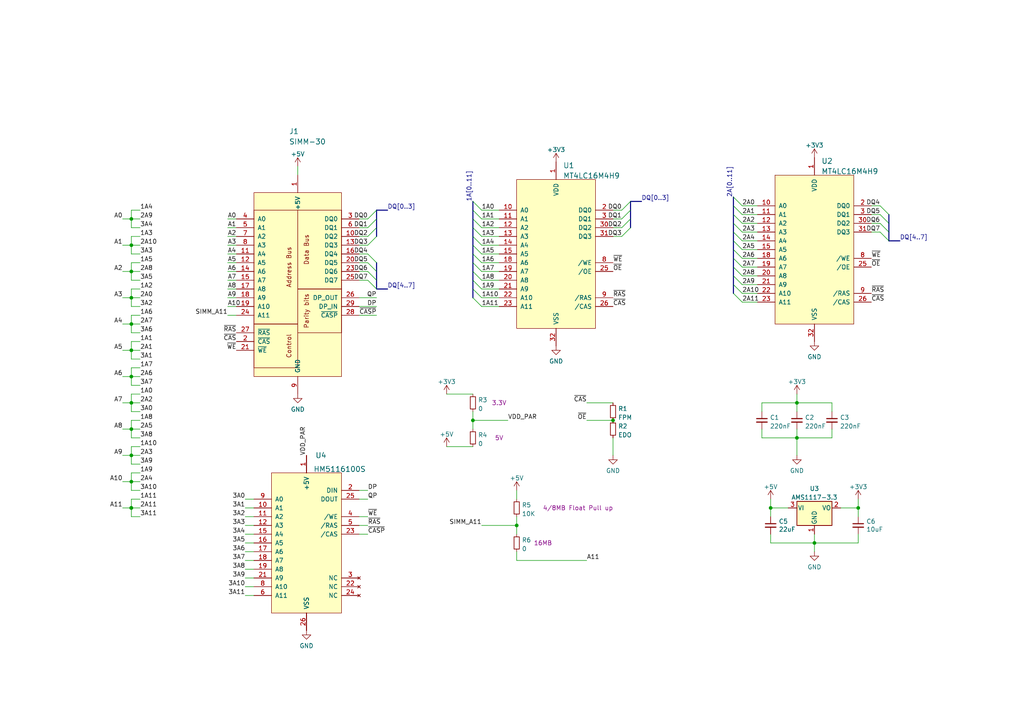
<source format=kicad_sch>
(kicad_sch (version 20211123) (generator eeschema)
  (paper "A4")
  (title_block (title "16MB SIMMBA-30 with Parity") (date "2023-01-17") (rev "B1") (company "0xCats"))
  (lib_symbols
    (symbol "Device:C_Small" (pin_numbers hide) (pin_names (offset 0.254) hide)
      (property "Reference" "C" (at 0.254 1.778 0))
      (property "Value" "C_Small" (at 0.254 -2.032 0))
      (symbol "C_Small_0_1"
        (polyline (pts (xy -1.524 -0.508) (xy 1.524 -0.508)) (stroke (width 0.3302)))
        (polyline (pts (xy -1.524 0.508) (xy 1.524 0.508)) (stroke (width 0.3048)))
      )
      (symbol "C_Small_1_1"
        (pin passive line (at 0 2.54 270) (length 2.032) (name "~") (number "1"))
        (pin passive line (at 0 -2.54 90) (length 2.032) (name "~") (number "2"))
      )
    )
    (symbol "Device:R_Small" (pin_numbers hide) (pin_names (offset 0.254) hide)
      (property "Reference" "R" (at 0.762 0.508 0))
      (property "Value" "R_Small" (at 0.762 -1.016 0))
      (symbol "R_Small_0_1"
        (rectangle (start -0.762 1.778) (end 0.762 -1.778) (stroke (width 0.2032)))
      )
      (symbol "R_Small_1_1"
        (pin passive line (at 0 2.54 270) (length 0.762) (name "~") (number "1"))
        (pin passive line (at 0 -2.54 90) (length 0.762) (name "~") (number "2"))
      )
    )
    (symbol "Regulator_Linear:AMS1117-3.3" (pin_names (offset 0.254))
      (property "Reference" "U" (at -3.81 3.175 0))
      (property "Value" "AMS1117-3.3" (at 0 3.175 0))
      (symbol "AMS1117-3.3_0_1"
        (rectangle (start -5.08 -5.08) (end 5.08 1.905) (stroke (width 0.254)) (fill (type background)))
      )
      (symbol "AMS1117-3.3_1_1"
        (pin power_in line (at 0 -7.62 90) (length 2.54) (name "GND") (number "1"))
        (pin power_out line (at 7.62 0 180) (length 2.54) (name "VO") (number "2"))
        (pin power_in line (at -7.62 0 0) (length 2.54) (name "VI") (number "3"))
      )
    )
    (symbol "dram:HM5116100S" (pin_names (offset 1.016))
      (property "Reference" "U" (at -10.16 22.86 0))
      (property "Value" "HM5116100S" (at 0 8.89 90))
      (symbol "HM5116100S_1_1"
        (rectangle (start -10.16 20.32) (end 10.16 -20.32) (fill (type background)))
        (pin power_in line (at 0 25.4 270) (length 5.08) (name "+5V") (number "1"))
        (pin input line (at -15.24 10.16 0) (length 5.08) (name "A1") (number "10"))
        (pin input line (at -15.24 7.62 0) (length 5.08) (name "A2") (number "11"))
        (pin input line (at -15.24 5.08 0) (length 5.08) (name "A3") (number "12"))
        (pin power_in line (at 0 25.4 270) (length 5.08) (name "+5V") (number "13"))
        (pin power_in line (at 0 -25.4 90) (length 5.08) (name "VSS") (number "14"))
        (pin input line (at -15.24 2.54 0) (length 5.08) (name "A4") (number "15"))
        (pin input line (at -15.24 0 0) (length 5.08) (name "A5") (number "16"))
        (pin input line (at -15.24 -2.54 0) (length 5.08) (name "A6") (number "17"))
        (pin input line (at -15.24 -5.08 0) (length 5.08) (name "A7") (number "18"))
        (pin input line (at -15.24 -7.62 0) (length 5.08) (name "A8") (number "19"))
        (pin input line (at 15.24 15.24 180) (length 5.08) (name "DIN") (number "2"))
        (pin input line (at -15.24 -10.16 0) (length 5.08) (name "A9") (number "21"))
        (pin no_connect line (at 15.24 -12.7 180) (length 5.08) (name "NC") (number "22"))
        (pin input line (at 15.24 2.54 180) (length 5.08) (name "/CAS") (number "23"))
        (pin no_connect line (at 15.24 -15.24 180) (length 5.08) (name "NC") (number "24"))
        (pin tri_state line (at 15.24 12.7 180) (length 5.08) (name "DOUT") (number "25"))
        (pin power_in line (at 0 -25.4 90) (length 5.08) (name "VSS") (number "26"))
        (pin no_connect line (at 15.24 -10.16 180) (length 5.08) (name "NC") (number "3"))
        (pin input line (at 15.24 7.62 180) (length 5.08) (name "/WE") (number "4"))
        (pin input line (at 15.24 5.08 180) (length 5.08) (name "/RAS") (number "5"))
        (pin input line (at -15.24 -15.24 0) (length 5.08) (name "A11") (number "6"))
        (pin input line (at -15.24 -12.7 0) (length 5.08) (name "A10") (number "8"))
        (pin input line (at -15.24 12.7 0) (length 5.08) (name "A0") (number "9"))
      )
    )
    (symbol "dram:MT4LC16M4H9" (pin_names (offset 1.016))
      (property "Reference" "U" (at -10.16 22.86 0))
      (property "Value" "MT4LC16M4H9" (at 0 8.89 90))
      (symbol "MT4LC16M4H9_1_1"
        (rectangle (start -11.43 21.59) (end 11.43 -21.59) (fill (type background)))
        (pin power_in line (at 0 26.67 270) (length 5.08) (name "VDD") (number "1"))
        (pin input line (at -16.51 12.7 0) (length 5.08) (name "A0") (number "10"))
        (pin input line (at -16.51 10.16 0) (length 5.08) (name "A1") (number "11"))
        (pin input line (at -16.51 7.62 0) (length 5.08) (name "A2") (number "12"))
        (pin input line (at -16.51 5.08 0) (length 5.08) (name "A3") (number "13"))
        (pin input line (at -16.51 2.54 0) (length 5.08) (name "A4") (number "14"))
        (pin input line (at -16.51 0 0) (length 5.08) (name "A5") (number "15"))
        (pin power_in line (at 0 26.67 270) (length 5.08) hide (name "VDD") (number "16"))
        (pin power_in line (at 0 -26.67 90) (length 5.08) hide (name "VSS") (number "17"))
        (pin input line (at -16.51 -2.54 0) (length 5.08) (name "A6") (number "18"))
        (pin input line (at -16.51 -5.08 0) (length 5.08) (name "A7") (number "19"))
        (pin bidirectional line (at 16.51 12.7 180) (length 5.08) (name "DQ0") (number "2"))
        (pin input line (at -16.51 -7.62 0) (length 5.08) (name "A8") (number "20"))
        (pin input line (at -16.51 -10.16 0) (length 5.08) (name "A9") (number "21"))
        (pin input line (at -16.51 -12.7 0) (length 5.08) (name "A10") (number "22"))
        (pin input line (at -16.51 -15.24 0) (length 5.08) (name "A11") (number "23"))
        (pin no_connect line (at 3.175 0.635 90) (length 5.08) hide (name "NC") (number "24"))
        (pin input line (at 16.51 -5.08 180) (length 5.08) (name "/OE") (number "25"))
        (pin input line (at 16.51 -15.24 180) (length 5.08) (name "/CAS") (number "26"))
        (pin no_connect line (at 3.175 0.635 90) (length 5.08) hide (name "nc") (number "27"))
        (pin no_connect line (at 3.175 0.635 90) (length 5.08) hide (name "nc") (number "28"))
        (pin no_connect line (at 3.175 0.635 90) (length 5.08) hide (name "nc") (number "29"))
        (pin bidirectional line (at 16.51 10.16 180) (length 5.08) (name "DQ1") (number "3"))
        (pin bidirectional line (at 16.51 7.62 180) (length 5.08) (name "DQ2") (number "30"))
        (pin bidirectional line (at 16.51 5.08 180) (length 5.08) (name "DQ3") (number "31"))
        (pin power_in line (at 0 -26.67 90) (length 5.08) (name "VSS") (number "32"))
        (pin no_connect line (at 3.175 0.635 90) (length 5.08) hide (name "NC") (number "4"))
        (pin no_connect line (at 3.175 0.635 90) (length 5.08) hide (name "NC") (number "5"))
        (pin no_connect line (at 3.175 0.635 90) (length 5.08) hide (name "NC") (number "6"))
        (pin no_connect line (at 3.175 0.635 90) (length 5.08) hide (name "NC") (number "7"))
        (pin input line (at 16.51 -2.54 180) (length 5.08) (name "/WE") (number "8"))
        (pin input line (at 16.51 -12.7 180) (length 5.08) (name "/RAS") (number "9"))
      )
    )
    (symbol "edge connectors:SIMM-30" (pin_names (offset 1.016))
      (property "Reference" "J" (at -15.24 27.94 0))
      (property "Value" "SIMM-30" (at -15.24 25.4 0))
      (symbol "SIMM-30_0_0"
        (rectangle (start -12.7 -10.16) (end 0 -22.86))
        (rectangle (start -12.7 22.86) (end 0 -10.16))
        (rectangle (start 0 0) (end 12.7 -12.7))
        (rectangle (start 0 22.86) (end 12.7 0))
        (text "Address Bus" (at -2.54 6.35 900) (effects (font (size 1.27 1.27))))
        (text "Control" (at -2.54 -16.51 900) (effects (font (size 1.27 1.27))))
        (text "Data Bus" (at 2.54 11.43 900) (effects (font (size 1.27 1.27))))
        (text "Parity bits" (at 2.54 -6.35 900) (effects (font (size 1.27 1.27))))
      )
      (symbol "SIMM-30_0_1"
        (pin power_out line (at 0 33.02 270) (length 5.08) (name "+5V") (number "30"))
      )
      (symbol "SIMM-30_1_1"
        (rectangle (start -12.7 27.94) (end 12.7 -25.4) (fill (type background)))
        (pin power_out line (at 0 33.02 270) (length 5.08) (name "+5V") (number "1"))
        (pin bidirectional line (at 17.78 15.24 180) (length 5.08) (name "DQ2") (number "10"))
        (pin output line (at -17.78 10.16 0) (length 5.08) (name "A4") (number "11"))
        (pin output line (at -17.78 7.62 0) (length 5.08) (name "A5") (number "12"))
        (pin bidirectional line (at 17.78 12.7 180) (length 5.08) (name "DQ3") (number "13"))
        (pin output line (at -17.78 5.08 0) (length 5.08) (name "A6") (number "14"))
        (pin output line (at -17.78 2.54 0) (length 5.08) (name "A7") (number "15"))
        (pin bidirectional line (at 17.78 10.16 180) (length 5.08) (name "DQ4") (number "16"))
        (pin output line (at -17.78 0 0) (length 5.08) (name "A8") (number "17"))
        (pin output line (at -17.78 -2.54 0) (length 5.08) (name "A9") (number "18"))
        (pin output line (at -17.78 -5.08 0) (length 5.08) (name "A10") (number "19"))
        (pin output line (at -17.78 -15.24 0) (length 5.08) (name "~{CAS}") (number "2"))
        (pin bidirectional line (at 17.78 7.62 180) (length 5.08) (name "DQ5") (number "20"))
        (pin output line (at -17.78 -17.78 0) (length 5.08) (name "~{WE}") (number "21"))
        (pin power_in line (at 0 -30.48 90) (length 5.08) (name "GND") (number "22"))
        (pin bidirectional line (at 17.78 5.08 180) (length 5.08) (name "DQ6") (number "23"))
        (pin output line (at -17.78 -7.62 0) (length 5.08) (name "A11") (number "24"))
        (pin bidirectional line (at 17.78 2.54 180) (length 5.08) (name "DQ7") (number "25"))
        (pin output line (at 17.78 -2.54 180) (length 5.08) (name "DP_OUT") (number "26"))
        (pin output line (at -17.78 -12.7 0) (length 5.08) (name "~{RAS}") (number "27"))
        (pin output line (at 17.78 -7.62 180) (length 5.08) (name "~{CASP}") (number "28"))
        (pin input line (at 17.78 -5.08 180) (length 5.08) (name "DP_IN") (number "29"))
        (pin bidirectional line (at 17.78 20.32 180) (length 5.08) (name "DQ0") (number "3"))
        (pin output line (at -17.78 20.32 0) (length 5.08) (name "A0") (number "4"))
        (pin output line (at -17.78 17.78 0) (length 5.08) (name "A1") (number "5"))
        (pin bidirectional line (at 17.78 17.78 180) (length 5.08) (name "DQ1") (number "6"))
        (pin output line (at -17.78 15.24 0) (length 5.08) (name "A2") (number "7"))
        (pin output line (at -17.78 12.7 0) (length 5.08) (name "A3") (number "8"))
        (pin power_out line (at 0 -30.48 90) (length 5.08) (name "GND") (number "9"))
      )
    )
    (symbol "power:+3V3" (power) (pin_names (offset 0))
      (property "Value" "+3V3" (at 0 3.556 0))
      (symbol "+3V3_0_1"
        (polyline (pts (xy -0.762 1.27) (xy 0 2.54)))
        (polyline (pts (xy 0 0) (xy 0 2.54)))
        (polyline (pts (xy 0 2.54) (xy 0.762 1.27)))
      )
      (symbol "+3V3_1_1"
        (pin power_in line (at 0 0 90) (length 0) hide (name "+3V3") (number "1"))
      )
    )
    (symbol "power:+5V" (power) (pin_names (offset 0))
      (property "Value" "+5V" (at 0 3.556 0))
      (symbol "+5V_0_1"
        (polyline (pts (xy -0.762 1.27) (xy 0 2.54)))
        (polyline (pts (xy 0 0) (xy 0 2.54)))
        (polyline (pts (xy 0 2.54) (xy 0.762 1.27)))
      )
      (symbol "+5V_1_1"
        (pin power_in line (at 0 0 90) (length 0) hide (name "+5V") (number "1"))
      )
    )
    (symbol "power:GND" (power) (pin_names (offset 0))
      (property "Value" "GND" (at 0 -3.81 0))
      (symbol "GND_0_1"
        (polyline (pts (xy 0 0) (xy 0 -1.27) (xy 1.27 -1.27) (xy 0 -2.54) (xy -1.27 -1.27) (xy 0 -1.27)))
      )
      (symbol "GND_1_1"
        (pin power_in line (at 0 0 270) (length 0) hide (name "GND") (number "1"))
      )
    )
  )
  (junction (at 38.1 101.6))
  (junction (at 137.16 121.92))
  (junction (at 38.1 86.36))
  (junction (at 149.86 152.4))
  (junction (at 38.1 139.7))
  (junction (at 38.1 132.08))
  (junction (at 38.1 78.74))
  (junction (at 223.52 147.32))
  (junction (at 38.1 63.5))
  (junction (at 231.14 116.84))
  (junction (at 236.22 157.48))
  (junction (at 38.1 147.32))
  (junction (at 231.14 127))
  (junction (at 248.92 147.32))
  (junction (at 38.053 147.32))
  (junction (at 38.1 116.84))
  (junction (at 38.1 124.46))
  (junction (at 38.1 71.12))
  (junction (at 38.1 109.22))
  (junction (at 177.8 121.92))
  (junction (at 38.1 93.98))
  (bus_entry (at 212.725 74.93) (size 2.54 2.54))
  (bus_entry (at 137.16 73.66) (size 2.54 2.54))
  (bus_entry (at 212.725 57.15) (size 2.54 2.54))
  (bus_entry (at 137.16 76.2) (size 2.54 2.54))
  (bus_entry (at 106.68 76.2) (size 2.54 2.54))
  (bus_entry (at 106.68 81.28) (size 2.54 2.54))
  (bus_entry (at 212.725 62.23) (size 2.54 2.54))
  (bus_entry (at 137.16 58.42) (size 2.54 2.54))
  (bus_entry (at 212.725 67.31) (size 2.54 2.54))
  (bus_entry (at 255.27 67.31) (size 2.54 2.54))
  (bus_entry (at 137.16 81.28) (size 2.54 2.54))
  (bus_entry (at 109.22 60.96) (size -2.54 2.54))
  (bus_entry (at 255.27 59.69) (size 2.54 2.54))
  (bus_entry (at 212.725 85.09) (size 2.54 2.54))
  (bus_entry (at 255.27 62.23) (size 2.54 2.54))
  (bus_entry (at 137.16 66.04) (size 2.54 2.54))
  (bus_entry (at 212.725 77.47) (size 2.54 2.54))
  (bus_entry (at 182.88 63.5) (size -2.54 2.54))
  (bus_entry (at 137.16 60.96) (size 2.54 2.54))
  (bus_entry (at 212.725 59.69) (size 2.54 2.54))
  (bus_entry (at 106.68 73.66) (size 2.54 2.54))
  (bus_entry (at 106.68 78.74) (size 2.54 2.54))
  (bus_entry (at 182.88 58.42) (size -2.54 2.54))
  (bus_entry (at 109.22 63.5) (size -2.54 2.54))
  (bus_entry (at 137.16 83.82) (size 2.54 2.54))
  (bus_entry (at 137.16 86.36) (size 2.54 2.54))
  (bus_entry (at 182.88 60.96) (size -2.54 2.54))
  (bus_entry (at 109.22 66.04) (size -2.54 2.54))
  (bus_entry (at 137.16 71.12) (size 2.54 2.54))
  (bus_entry (at 212.725 64.77) (size 2.54 2.54))
  (bus_entry (at 212.725 72.39) (size 2.54 2.54))
  (bus_entry (at 212.725 80.01) (size 2.54 2.54))
  (bus_entry (at 137.16 78.74) (size 2.54 2.54))
  (bus_entry (at 255.27 64.77) (size 2.54 2.54))
  (bus_entry (at 137.16 68.58) (size 2.54 2.54))
  (bus_entry (at 212.725 82.55) (size 2.54 2.54))
  (bus_entry (at 109.22 68.58) (size -2.54 2.54))
  (bus_entry (at 182.88 66.04) (size -2.54 2.54))
  (bus_entry (at 137.16 63.5) (size 2.54 2.54))
  (bus_entry (at 212.725 69.85) (size 2.54 2.54))
  (wire (pts (xy 38.1 104.14) (xy 40.64 104.14)))
  (wire (pts (xy 255.27 59.69) (xy 252.73 59.69)))
  (wire (pts (xy 104.14 144.78) (xy 106.68 144.78)))
  (wire (pts (xy 106.68 78.74) (xy 104.14 78.74)))
  (wire (pts (xy 38.1 101.6) (xy 40.64 101.6)))
  (wire (pts (xy 38.1 96.52) (xy 40.64 96.52)))
  (wire (pts (xy 38.1 111.76) (xy 40.64 111.76)))
  (wire (pts (xy 223.52 144.78) (xy 223.52 147.32)))
  (wire (pts (xy 139.7 152.4) (xy 149.86 152.4)))
  (bus (pts (xy 137.16 66.04) (xy 137.16 68.58)))
  (bus (pts (xy 109.22 81.28) (xy 109.22 83.82)))
  (wire (pts (xy 137.16 119.38) (xy 137.16 121.92)))
  (wire (pts (xy 38.1 86.36) (xy 38.1 88.9)))
  (wire (pts (xy 38.1 83.82) (xy 40.64 83.82)))
  (wire (pts (xy 215.265 74.93) (xy 219.71 74.93)))
  (bus (pts (xy 212.725 80.01) (xy 212.725 82.55)))
  (wire (pts (xy 220.98 116.84) (xy 220.98 119.38)))
  (bus (pts (xy 137.16 71.12) (xy 137.16 73.66)))
  (wire (pts (xy 177.8 63.5) (xy 180.34 63.5)))
  (wire (pts (xy 38.1 134.62) (xy 40.64 134.62)))
  (bus (pts (xy 257.81 67.31) (xy 257.81 69.85)))
  (wire (pts (xy 104.14 149.86) (xy 106.68 149.86)))
  (wire (pts (xy 38.1 121.92) (xy 40.64 121.92)))
  (wire (pts (xy 220.98 127) (xy 231.14 127)))
  (wire (pts (xy 149.86 162.56) (xy 170.18 162.56)))
  (wire (pts (xy 38.1 121.92) (xy 38.1 124.46)))
  (wire (pts (xy 38.1 68.58) (xy 40.64 68.58)))
  (wire (pts (xy 139.7 73.66) (xy 144.78 73.66)))
  (bus (pts (xy 257.81 64.77) (xy 257.81 67.31)))
  (bus (pts (xy 137.16 68.58) (xy 137.16 71.12)))
  (wire (pts (xy 38.1 144.78) (xy 40.64 144.78)))
  (wire (pts (xy 106.68 63.5) (xy 104.14 63.5)))
  (wire (pts (xy 149.86 149.86) (xy 149.86 152.4)))
  (bus (pts (xy 137.16 60.96) (xy 137.16 63.5)))
  (wire (pts (xy 38.1 129.54) (xy 38.1 132.08)))
  (wire (pts (xy 177.8 66.04) (xy 180.34 66.04)))
  (wire (pts (xy 220.98 127) (xy 220.98 124.46)))
  (bus (pts (xy 109.22 68.58) (xy 109.22 66.04)))
  (bus (pts (xy 109.22 83.82) (xy 112.395 83.82)))
  (wire (pts (xy 215.265 80.01) (xy 219.71 80.01)))
  (wire (pts (xy 38.1 149.86) (xy 40.64 149.86)))
  (bus (pts (xy 212.725 72.39) (xy 212.725 74.93)))
  (wire (pts (xy 231.14 116.84) (xy 231.14 119.38)))
  (wire (pts (xy 223.52 147.32) (xy 228.6 147.32)))
  (wire (pts (xy 35.56 116.84) (xy 38.1 116.84)))
  (wire (pts (xy 35.56 124.46) (xy 38.1 124.46)))
  (wire (pts (xy 38.1 139.7) (xy 38.1 142.24)))
  (wire (pts (xy 35.56 86.36) (xy 38.1 86.36)))
  (wire (pts (xy 35.56 139.7) (xy 38.1 139.7)))
  (wire (pts (xy 71.12 160.02) (xy 73.66 160.02)))
  (wire (pts (xy 38.1 60.96) (xy 38.1 63.5)))
  (bus (pts (xy 212.725 74.93) (xy 212.725 77.47)))
  (wire (pts (xy 139.7 83.82) (xy 144.78 83.82)))
  (wire (pts (xy 38.1 109.22) (xy 40.64 109.22)))
  (wire (pts (xy 38.1 132.08) (xy 40.64 132.08)))
  (wire (pts (xy 38.1 116.84) (xy 40.64 116.84)))
  (wire (pts (xy 139.7 88.9) (xy 144.78 88.9)))
  (wire (pts (xy 38.1 83.82) (xy 38.1 86.36)))
  (wire (pts (xy 129.54 114.3) (xy 137.16 114.3)))
  (bus (pts (xy 137.16 76.2) (xy 137.16 78.74)))
  (wire (pts (xy 71.12 167.64) (xy 73.66 167.64)))
  (bus (pts (xy 182.88 60.96) (xy 182.88 58.42)))
  (wire (pts (xy 66.04 63.5) (xy 68.58 63.5)))
  (bus (pts (xy 212.725 57.15) (xy 212.725 59.69)))
  (wire (pts (xy 38.1 91.44) (xy 40.64 91.44)))
  (bus (pts (xy 257.81 62.23) (xy 257.81 64.77)))
  (wire (pts (xy 38.1 78.74) (xy 40.64 78.74)))
  (wire (pts (xy 215.265 85.09) (xy 219.71 85.09)))
  (wire (pts (xy 38.1 86.36) (xy 40.64 86.36)))
  (wire (pts (xy 86.36 48.26) (xy 86.36 50.8)))
  (wire (pts (xy 215.265 77.47) (xy 219.71 77.47)))
  (wire (pts (xy 104.14 88.9) (xy 109.22 88.9)))
  (wire (pts (xy 38.1 147.32) (xy 40.64 147.32)))
  (wire (pts (xy 177.8 60.96) (xy 180.34 60.96)))
  (wire (pts (xy 38.1 78.74) (xy 38.1 81.28)))
  (wire (pts (xy 248.92 144.78) (xy 248.92 147.32)))
  (wire (pts (xy 38.1 106.68) (xy 38.1 109.22)))
  (wire (pts (xy 66.04 68.58) (xy 68.58 68.58)))
  (wire (pts (xy 38.1 132.08) (xy 38.1 134.62)))
  (bus (pts (xy 182.88 58.42) (xy 186.055 58.42)))
  (wire (pts (xy 38.1 119.38) (xy 40.64 119.38)))
  (wire (pts (xy 71.12 152.4) (xy 73.66 152.4)))
  (wire (pts (xy 137.16 121.92) (xy 147.32 121.92)))
  (wire (pts (xy 38.1 99.06) (xy 40.64 99.06)))
  (bus (pts (xy 137.16 73.66) (xy 137.16 76.2)))
  (wire (pts (xy 106.68 68.58) (xy 104.14 68.58)))
  (wire (pts (xy 38.1 124.46) (xy 38.1 127)))
  (wire (pts (xy 38.1 99.06) (xy 38.1 101.6)))
  (wire (pts (xy 38.1 63.5) (xy 38.1 66.04)))
  (wire (pts (xy 35.56 101.6) (xy 38.1 101.6)))
  (wire (pts (xy 177.8 68.58) (xy 180.34 68.58)))
  (wire (pts (xy 241.3 127) (xy 241.3 124.46)))
  (wire (pts (xy 38.1 129.54) (xy 40.64 129.54)))
  (wire (pts (xy 231.14 127) (xy 231.14 132.08)))
  (wire (pts (xy 71.12 172.72) (xy 73.66 172.72)))
  (bus (pts (xy 182.88 63.5) (xy 182.88 60.96)))
  (wire (pts (xy 38.1 116.84) (xy 38.1 119.38)))
  (wire (pts (xy 71.12 147.32) (xy 73.66 147.32)))
  (wire (pts (xy 149.86 152.4) (xy 149.86 154.94)))
  (wire (pts (xy 236.22 154.94) (xy 236.22 157.48)))
  (wire (pts (xy 104.14 91.44) (xy 109.22 91.44)))
  (wire (pts (xy 38.1 66.04) (xy 40.64 66.04)))
  (wire (pts (xy 231.14 114.3) (xy 231.14 116.84)))
  (wire (pts (xy 215.265 64.77) (xy 219.71 64.77)))
  (wire (pts (xy 38.1 60.96) (xy 40.64 60.96)))
  (wire (pts (xy 139.7 71.12) (xy 144.78 71.12)))
  (wire (pts (xy 104.14 86.36) (xy 109.22 86.36)))
  (bus (pts (xy 137.16 83.82) (xy 137.16 86.36)))
  (wire (pts (xy 35.56 109.22) (xy 38.1 109.22)))
  (wire (pts (xy 66.04 66.04) (xy 68.58 66.04)))
  (wire (pts (xy 38.1 93.98) (xy 40.64 93.98)))
  (bus (pts (xy 109.22 76.2) (xy 109.22 78.74)))
  (bus (pts (xy 212.725 82.55) (xy 212.725 85.09)))
  (wire (pts (xy 255.27 62.23) (xy 252.73 62.23)))
  (wire (pts (xy 35.56 132.08) (xy 38.1 132.08)))
  (wire (pts (xy 139.7 81.28) (xy 144.78 81.28)))
  (wire (pts (xy 215.265 87.63) (xy 219.71 87.63)))
  (bus (pts (xy 137.16 63.5) (xy 137.16 66.04)))
  (wire (pts (xy 38.1 142.24) (xy 40.64 142.24)))
  (wire (pts (xy 139.7 60.96) (xy 144.78 60.96)))
  (wire (pts (xy 248.92 149.86) (xy 248.92 147.32)))
  (wire (pts (xy 38.1 114.3) (xy 38.1 116.84)))
  (wire (pts (xy 149.86 162.56) (xy 149.86 160.02)))
  (wire (pts (xy 35.56 147.32) (xy 38.053 147.32)))
  (wire (pts (xy 223.52 157.48) (xy 236.22 157.48)))
  (wire (pts (xy 66.04 86.36) (xy 68.58 86.36)))
  (bus (pts (xy 212.725 77.47) (xy 212.725 80.01)))
  (bus (pts (xy 212.725 67.31) (xy 212.725 69.85)))
  (bus (pts (xy 109.22 78.74) (xy 109.22 81.28)))
  (wire (pts (xy 66.04 88.9) (xy 68.58 88.9)))
  (bus (pts (xy 212.725 62.23) (xy 212.725 64.77)))
  (wire (pts (xy 71.12 165.1) (xy 73.66 165.1)))
  (wire (pts (xy 71.12 170.18) (xy 73.66 170.18)))
  (wire (pts (xy 38.1 101.6) (xy 38.1 104.14)))
  (wire (pts (xy 35.56 78.74) (xy 38.1 78.74)))
  (wire (pts (xy 104.14 152.4) (xy 106.68 152.4)))
  (wire (pts (xy 139.7 66.04) (xy 144.78 66.04)))
  (wire (pts (xy 38.1 73.66) (xy 40.64 73.66)))
  (wire (pts (xy 106.68 71.12) (xy 104.14 71.12)))
  (wire (pts (xy 38.1 71.12) (xy 38.1 73.66)))
  (wire (pts (xy 35.56 63.5) (xy 38.1 63.5)))
  (wire (pts (xy 139.7 78.74) (xy 144.78 78.74)))
  (bus (pts (xy 109.22 63.5) (xy 109.22 60.96)))
  (wire (pts (xy 106.68 76.2) (xy 104.14 76.2)))
  (wire (pts (xy 215.265 82.55) (xy 219.71 82.55)))
  (bus (pts (xy 137.16 78.74) (xy 137.16 81.28)))
  (wire (pts (xy 71.12 157.48) (xy 73.66 157.48)))
  (wire (pts (xy 71.12 144.78) (xy 73.66 144.78)))
  (wire (pts (xy 66.04 91.44) (xy 68.58 91.44)))
  (wire (pts (xy 215.265 59.69) (xy 219.71 59.69)))
  (wire (pts (xy 38.1 124.46) (xy 40.64 124.46)))
  (wire (pts (xy 38.1 93.98) (xy 38.1 96.52)))
  (bus (pts (xy 212.725 69.85) (xy 212.725 72.39)))
  (wire (pts (xy 38.1 147.32) (xy 38.1 149.86)))
  (wire (pts (xy 38.1 106.68) (xy 40.64 106.68)))
  (wire (pts (xy 66.04 76.2) (xy 68.58 76.2)))
  (wire (pts (xy 231.14 127) (xy 231.14 124.46)))
  (wire (pts (xy 38.1 139.7) (xy 40.64 139.7)))
  (wire (pts (xy 66.04 71.12) (xy 68.58 71.12)))
  (wire (pts (xy 231.14 116.84) (xy 241.3 116.84)))
  (wire (pts (xy 236.22 157.48) (xy 248.92 157.48)))
  (bus (pts (xy 212.725 59.69) (xy 212.725 62.23)))
  (wire (pts (xy 71.12 162.56) (xy 73.66 162.56)))
  (wire (pts (xy 71.12 154.94) (xy 73.66 154.94)))
  (wire (pts (xy 38.1 144.78) (xy 38.1 147.32)))
  (wire (pts (xy 139.7 63.5) (xy 144.78 63.5)))
  (wire (pts (xy 38.1 137.16) (xy 38.1 139.7)))
  (wire (pts (xy 215.265 67.31) (xy 219.71 67.31)))
  (wire (pts (xy 241.3 116.84) (xy 241.3 119.38)))
  (wire (pts (xy 66.04 81.28) (xy 68.58 81.28)))
  (wire (pts (xy 38.1 81.28) (xy 40.64 81.28)))
  (wire (pts (xy 137.16 124.46) (xy 137.16 121.92)))
  (wire (pts (xy 177.8 127) (xy 177.8 132.08)))
  (wire (pts (xy 38.1 91.44) (xy 38.1 93.98)))
  (wire (pts (xy 106.68 81.28) (xy 104.14 81.28)))
  (wire (pts (xy 139.7 68.58) (xy 144.78 68.58)))
  (bus (pts (xy 257.81 69.85) (xy 260.985 69.85)))
  (bus (pts (xy 182.88 66.04) (xy 182.88 63.5)))
  (wire (pts (xy 38.1 76.2) (xy 38.1 78.74)))
  (wire (pts (xy 35.56 93.98) (xy 38.1 93.98)))
  (bus (pts (xy 137.16 58.42) (xy 137.16 60.96)))
  (wire (pts (xy 170.18 121.92) (xy 177.8 121.92)))
  (wire (pts (xy 38.1 63.5) (xy 40.64 63.5)))
  (wire (pts (xy 170.18 116.84) (xy 177.8 116.84)))
  (wire (pts (xy 38.1 68.58) (xy 38.1 71.12)))
  (wire (pts (xy 236.22 157.48) (xy 236.22 160.02)))
  (wire (pts (xy 139.7 86.36) (xy 144.78 86.36)))
  (wire (pts (xy 38.1 76.2) (xy 40.64 76.2)))
  (wire (pts (xy 243.84 147.32) (xy 248.92 147.32)))
  (wire (pts (xy 106.68 66.04) (xy 104.14 66.04)))
  (wire (pts (xy 38.1 88.9) (xy 40.64 88.9)))
  (wire (pts (xy 35.56 71.12) (xy 38.1 71.12)))
  (wire (pts (xy 66.04 83.82) (xy 68.58 83.82)))
  (wire (pts (xy 104.14 154.94) (xy 106.68 154.94)))
  (wire (pts (xy 149.86 142.24) (xy 149.86 144.78)))
  (wire (pts (xy 71.12 149.86) (xy 73.66 149.86)))
  (wire (pts (xy 66.04 73.66) (xy 68.58 73.66)))
  (wire (pts (xy 38.1 127) (xy 40.64 127)))
  (wire (pts (xy 223.52 149.86) (xy 223.52 147.32)))
  (wire (pts (xy 215.265 69.85) (xy 219.71 69.85)))
  (wire (pts (xy 220.98 116.84) (xy 231.14 116.84)))
  (wire (pts (xy 215.265 62.23) (xy 219.71 62.23)))
  (wire (pts (xy 215.265 72.39) (xy 219.71 72.39)))
  (wire (pts (xy 255.27 64.77) (xy 252.73 64.77)))
  (wire (pts (xy 106.68 73.66) (xy 104.14 73.66)))
  (wire (pts (xy 38.1 137.16) (xy 40.64 137.16)))
  (bus (pts (xy 109.22 66.04) (xy 109.22 63.5)))
  (wire (pts (xy 248.92 154.94) (xy 248.92 157.48)))
  (wire (pts (xy 129.54 129.54) (xy 137.16 129.54)))
  (wire (pts (xy 255.27 67.31) (xy 252.73 67.31)))
  (wire (pts (xy 104.14 142.24) (xy 106.68 142.24)))
  (bus (pts (xy 137.16 81.28) (xy 137.16 83.82)))
  (wire (pts (xy 38.1 71.12) (xy 40.64 71.12)))
  (wire (pts (xy 223.52 154.94) (xy 223.52 157.48)))
  (wire (pts (xy 38.053 147.32) (xy 38.1 147.32)))
  (wire (pts (xy 139.7 76.2) (xy 144.78 76.2)))
  (wire (pts (xy 38.1 109.22) (xy 38.1 111.76)))
  (wire (pts (xy 66.04 78.74) (xy 68.58 78.74)))
  (bus (pts (xy 109.22 60.96) (xy 112.395 60.96)))
  (wire (pts (xy 231.14 127) (xy 241.3 127)))
  (bus (pts (xy 212.725 64.77) (xy 212.725 67.31)))
  (wire (pts (xy 38.1 114.3) (xy 40.64 114.3)))
  (label "VDD_PAR" (at 88.9 132.08 90))
  (label "DQ6" (at 255.27 64.77 180))
  (label "DQ0" (at 106.68 63.5 180))
  (label "A10" (at 35.56 139.7 180))
  (label "~{RAS}" (at 177.8 86.36 0))
  (label "1A5" (at 139.7 73.66 0))
  (label "~{CAS}" (at 170.18 116.84 180))
  (label "2A8" (at 40.64 78.74 0))
  (label "3A6" (at 40.64 96.52 0))
  (label "2A0" (at 40.64 86.36 0))
  (label "1A3" (at 40.64 68.58 0))
  (label "DQ1" (at 180.34 63.5 180))
  (label "3A4" (at 71.12 154.94 180))
  (label "1A1" (at 40.64 99.06 0))
  (label "A10" (at 66.04 88.9 0))
  (label "3A3" (at 71.12 152.4 180))
  (label "1A3" (at 139.7 68.58 0))
  (label "DQ[4..7]" (at 260.985 69.85 0))
  (label "~{CAS}" (at 252.73 87.63 0))
  (label "2A3" (at 40.64 132.08 0))
  (label "DQ[0..3]" (at 112.395 60.96 0))
  (label "2A[0..11]" (at 212.725 57.15 90))
  (label "1A8" (at 40.64 121.92 0))
  (label "DQ4" (at 255.27 59.69 180))
  (label "A5" (at 35.56 101.6 180))
  (label "3A5" (at 71.12 157.48 180))
  (label "~{WE}" (at 68.58 101.6 180))
  (label "~{WE}" (at 252.73 74.93 0))
  (label "3A2" (at 71.12 149.86 180))
  (label "2A2" (at 40.64 116.84 0))
  (label "A4" (at 35.56 93.98 180))
  (label "1A4" (at 139.7 71.12 0))
  (label "VDD_PAR" (at 147.32 121.92 0))
  (label "A2" (at 35.56 78.74 180))
  (label "A6" (at 66.04 78.74 0))
  (label "2A6" (at 215.265 74.93 0))
  (label "SIMM_A11" (at 66.04 91.44 180))
  (label "A8" (at 66.04 83.82 0))
  (label "A9" (at 66.04 86.36 0))
  (label "DQ7" (at 106.68 81.28 180))
  (label "3A9" (at 40.64 134.62 0))
  (label "2A3" (at 215.265 67.31 0))
  (label "~{OE}" (at 252.73 77.47 0))
  (label "~{WE}" (at 106.68 149.86 0))
  (label "A7" (at 35.56 116.84 180))
  (label "2A1" (at 215.265 62.23 0))
  (label "1A0" (at 40.64 114.3 0))
  (label "2A11" (at 40.64 147.32 0))
  (label "3A1" (at 71.12 147.32 180))
  (label "3A4" (at 40.64 66.04 0))
  (label "2A2" (at 215.265 64.77 0))
  (label "2A6" (at 40.64 109.22 0))
  (label "~{OE}" (at 177.8 78.74 0))
  (label "1A9" (at 40.64 137.16 0))
  (label "1A11" (at 139.7 88.9 0))
  (label "A5" (at 66.04 76.2 0))
  (label "~{OE}" (at 170.18 121.92 180))
  (label "~{WE}" (at 177.8 76.2 0))
  (label "A4" (at 66.04 73.66 0))
  (label "2A5" (at 215.265 72.39 0))
  (label "A2" (at 66.04 68.58 0))
  (label "1A6" (at 40.64 91.44 0))
  (label "~{CASP}" (at 109.22 91.44 180))
  (label "2A7" (at 40.64 93.98 0))
  (label "3A10" (at 71.12 170.18 180))
  (label "A7" (at 66.04 81.28 0))
  (label "DQ2" (at 106.68 68.58 180))
  (label "DQ3" (at 180.34 68.58 180))
  (label "1A7" (at 139.7 78.74 0))
  (label "A9" (at 35.56 132.08 180))
  (label "3A0" (at 40.64 119.38 0))
  (label "A3" (at 35.56 86.36 180))
  (label "DQ5" (at 106.68 76.2 180))
  (label "A8" (at 35.56 124.46 180))
  (label "~{CAS}" (at 68.58 99.06 180))
  (label "DQ[4..7]" (at 112.395 83.82 0))
  (label "A1" (at 66.04 66.04 0))
  (label "3A8" (at 40.64 127 0))
  (label "~{CASP}" (at 106.68 154.94 0))
  (label "A11" (at 35.56 147.32 180))
  (label "3A5" (at 40.64 81.28 0))
  (label "1A2" (at 40.64 83.82 0))
  (label "DQ4" (at 106.68 73.66 180))
  (label "DQ0" (at 180.34 60.96 180))
  (label "~{RAS}" (at 106.68 152.4 0))
  (label "3A0" (at 71.12 144.78 180))
  (label "1A9" (at 139.7 83.82 0))
  (label "A6" (at 35.56 109.22 180))
  (label "DQ2" (at 180.34 66.04 180))
  (label "2A10" (at 40.64 71.12 0))
  (label "A11" (at 170.18 162.56 0))
  (label "DP" (at 106.68 142.24 0))
  (label "1A0" (at 139.7 60.96 0))
  (label "SIMM_A11" (at 139.7 152.4 180))
  (label "3A6" (at 71.12 160.02 180))
  (label "1A5" (at 40.64 76.2 0))
  (label "1A10" (at 40.64 129.54 0))
  (label "2A5" (at 40.64 124.46 0))
  (label "DQ3" (at 106.68 71.12 180))
  (label "3A7" (at 40.64 111.76 0))
  (label "DQ7" (at 255.27 67.31 180))
  (label "2A9" (at 215.265 82.55 0))
  (label "3A10" (at 40.64 142.24 0))
  (label "~{RAS}" (at 68.58 96.52 180))
  (label "QP" (at 109.22 86.36 180))
  (label "2A10" (at 215.265 85.09 0))
  (label "2A1" (at 40.64 101.6 0))
  (label "3A8" (at 71.12 165.1 180))
  (label "1A2" (at 139.7 66.04 0))
  (label "2A8" (at 215.265 80.01 0))
  (label "3A1" (at 40.64 104.14 0))
  (label "1A7" (at 40.64 106.68 0))
  (label "DQ1" (at 106.68 66.04 180))
  (label "1A10" (at 139.7 86.36 0))
  (label "3A11" (at 40.64 149.86 0))
  (label "2A11" (at 215.265 87.63 0))
  (label "A0" (at 35.56 63.5 180))
  (label "2A0" (at 215.265 59.69 0))
  (label "DQ6" (at 106.68 78.74 180))
  (label "1A8" (at 139.7 81.28 0))
  (label "A1" (at 35.56 71.12 180))
  (label "DP" (at 109.22 88.9 180))
  (label "2A4" (at 215.265 69.85 0))
  (label "DQ5" (at 255.27 62.23 180))
  (label "3A2" (at 40.64 88.9 0))
  (label "QP" (at 106.68 144.78 0))
  (label "2A9" (at 40.64 63.5 0))
  (label "1A1" (at 139.7 63.5 0))
  (label "A3" (at 66.04 71.12 0))
  (label "1A4" (at 40.64 60.96 0))
  (label "1A[0..11]" (at 137.16 58.42 90))
  (label "2A7" (at 215.265 77.47 0))
  (label "2A4" (at 40.64 139.7 0))
  (label "~{RAS}" (at 252.73 85.09 0))
  (label "3A9" (at 71.12 167.64 180))
  (label "DQ[0..3]" (at 186.055 58.42 0))
  (label "1A11" (at 40.64 144.78 0))
  (label "1A6" (at 139.7 76.2 0))
  (label "3A11" (at 71.12 172.72 180))
  (label "A0" (at 66.04 63.5 0))
  (label "3A7" (at 71.12 162.56 180))
  (label "~{CAS}" (at 177.8 88.9 0))
  (label "3A3" (at 40.64 73.66 0))
  (symbol (lib_id "Device:C_Small") (at 248.92 152.4 0) (unit 1)
    (property "Reference" "C6" (at 251.2568 151.2316 0) (effects (justify left)))
    (property "Value" "10uF" (at 251.2568 153.543 0) (effects (justify left)))
    (property "Footprint" "Capacitor_SMD:C_0805_2012Metric_Pad1.18x1.45mm_HandSolder" (effects hide))
  )
  (symbol (lib_id "power:+5V") (at 149.86 142.24 0) (unit 1)
    (property "Reference" "#PWR0116" (effects hide))
    (property "Value" "+5V" (at 149.86 138.6642 0))
  )
  (symbol (lib_id "edge connectors:SIMM-30") (at 86.36 83.82 0) (unit 1)
    (property "Reference" "J1" (at 83.82 38.1 0) (effects (font (size 1.524 1.524)) (justify left)))
    (property "Value" "SIMM-30" (at 83.82 41.0934 0) (effects (font (size 1.524 1.524)) (justify left)))
    (property "Footprint" "edge connectors:SIPP_30_A2" (effects hide))
    (property "Datasheet" "30 pin SIMM DRAM card" (effects hide))
    (property "License" "Licensed under the TAPR Open Hardare License (www.tapr.org/OHL)" (effects hide))
  )
  (symbol (lib_id "dram:MT4LC16M4H9") (at 236.22 72.39 0) (unit 1)
    (property "Reference" "U2" (at 238.2394 46.7159 0) (effects (font (size 1.524 1.524)) (justify left)))
    (property "Value" "MT4LC16M4H9" (at 238.2394 49.7093 0) (effects (font (size 1.524 1.524)) (justify left)))
    (property "Footprint" "dram:SOJ-32_10.16x21.50mm_P1.27mm" (effects hide))
    (property "Datasheet" "https://pdf1.alldatasheet.com/81488a58-ff47-4ffd-8f41-3bc44bbf6875" (effects hide))
    (property "License" "Licensed under the TAPR Open Hardare License (www.tapr.org/OHL)" (effects hide))
  )
  (symbol (lib_id "dram:MT4LC16M4H9") (at 161.29 73.66 0) (unit 1)
    (property "Reference" "U1" (at 163.3094 47.9859 0) (effects (font (size 1.524 1.524)) (justify left)))
    (property "Value" "MT4LC16M4H9" (at 163.3094 50.9793 0) (effects (font (size 1.524 1.524)) (justify left)))
    (property "Footprint" "dram:SOJ-32_10.16x21.50mm_P1.27mm" (effects hide))
    (property "Datasheet" "https://pdf1.alldatasheet.com/81488a58-ff47-4ffd-8f41-3bc44bbf6875" (effects hide))
    (property "License" "Licensed under the TAPR Open Hardare License (www.tapr.org/OHL)" (effects hide))
  )
  (symbol (lib_id "dram:HM5116100S") (at 88.9 157.48 0) (unit 1)
    (property "Reference" "U4" (at 91.44 132.08 0) (effects (font (size 1.524 1.524)) (justify left)))
    (property "Value" "HM5116100S" (at 90.9194 136.0693 0) (effects (font (size 1.524 1.524)) (justify left)))
    (property "Footprint" "packageS_SOJ:SOJ-26_300mil" (effects hide))
  )
  (symbol (lib_id "power:+3V3") (at 231.14 114.3 0) (unit 1)
    (property "Reference" "#PWR0104" (effects hide))
    (property "Value" "+3V3" (at 231.14 110.7242 0))
  )
  (symbol (lib_id "power:+3V3") (at 248.92 144.78 0) (unit 1)
    (property "Reference" "#PWR0110" (effects hide))
    (property "Value" "+3V3" (at 248.92 141.2042 0))
  )
  (symbol (lib_id "Device:R_Small") (at 137.16 127 0) (unit 1)
    (property "Reference" "R4" (at 138.6586 126.1653 0) (effects (justify left)))
    (property "Value" "0" (at 138.6586 128.7022 0) (effects (justify left)))
    (property "Footprint" "Resistor_SMD:R_0805_2012Metric_Pad1.20x1.40mm_HandSolder" (effects hide))
    (property "Voltage" "5V" (at 144.78 127 0))
  )
  (symbol (lib_id "Device:C_Small") (at 241.3 121.92 0) (unit 1)
    (property "Reference" "C3" (at 243.6241 121.0916 0) (effects (justify left)))
    (property "Value" "220nF" (at 243.6241 123.6285 0) (effects (justify left)))
    (property "Footprint" "Capacitor_SMD:C_0805_2012Metric_Pad1.18x1.45mm_HandSolder" (effects hide))
  )
  (symbol (lib_id "power:+3V3") (at 161.29 46.99 0) (unit 1)
    (property "Reference" "#PWR0101" (effects hide))
    (property "Value" "+3V3" (at 161.29 43.4142 0))
  )
  (symbol (lib_id "power:GND") (at 161.29 100.33 0) (unit 1)
    (property "Reference" "#PWR0102" (effects hide))
    (property "Value" "GND" (at 161.29 104.7734 0))
  )
  (symbol (lib_id "Regulator_Linear:AMS1117-3.3") (at 236.22 147.32 0) (unit 1)
    (property "Reference" "U3" (at 236.22 141.7152 0))
    (property "Value" "AMS1117-3.3" (at 236.22 144.2521 0))
    (property "Footprint" "Package_TO_SOT_SMD:SOT-223-3_TabPin2" (effects hide))
    (property "Datasheet" "http://www.advanced-monolithic.com/pdf/ds1117.pdf" (effects hide))
  )
  (symbol (lib_id "Device:R_Small") (at 137.16 116.84 0) (unit 1)
    (property "Reference" "R3" (at 138.6586 116.0053 0) (effects (justify left)))
    (property "Value" "0" (at 138.6586 118.5422 0) (effects (justify left)))
    (property "Footprint" "Resistor_SMD:R_0805_2012Metric_Pad1.20x1.40mm_HandSolder" (effects hide))
    (property "Voltage" "3.3V" (at 144.78 116.84 0))
  )
  (symbol (lib_id "power:+3V3") (at 129.54 114.3 0) (unit 1)
    (property "Reference" "#PWR0115" (effects hide))
    (property "Value" "+3V3" (at 129.54 110.7242 0))
  )
  (symbol (lib_id "power:+5V") (at 86.36 48.26 0) (unit 1)
    (property "Reference" "#PWR0111" (effects hide))
    (property "Value" "+5V" (at 86.36 44.6842 0))
  )
  (symbol (lib_id "Device:R_Small") (at 177.8 119.38 0) (unit 1)
    (property "Reference" "R1" (at 179.2986 118.5453 0) (effects (justify left)))
    (property "Value" "FPM" (at 179.2986 121.0822 0) (effects (justify left)))
    (property "Footprint" "Resistor_SMD:R_0805_2012Metric_Pad1.20x1.40mm_HandSolder" (effects hide))
  )
  (symbol (lib_id "power:GND") (at 88.9 182.88 0) (unit 1)
    (property "Reference" "#PWR0114" (effects hide))
    (property "Value" "GND" (at 88.9 187.3234 0))
  )
  (symbol (lib_id "power:GND") (at 236.22 99.06 0) (unit 1)
    (property "Reference" "#PWR0105" (effects hide))
    (property "Value" "GND" (at 236.22 103.5034 0))
  )
  (symbol (lib_id "power:+5V") (at 129.54 129.54 0) (unit 1)
    (property "Reference" "#PWR0113" (effects hide))
    (property "Value" "+5V" (at 129.54 125.9642 0))
  )
  (symbol (lib_id "Device:C_Small") (at 231.14 121.92 0) (unit 1)
    (property "Reference" "C2" (at 233.4641 121.0916 0) (effects (justify left)))
    (property "Value" "220nF" (at 233.4641 123.6285 0) (effects (justify left)))
    (property "Footprint" "Capacitor_SMD:C_0805_2012Metric_Pad1.18x1.45mm_HandSolder" (effects hide))
  )
  (symbol (lib_id "power:GND") (at 231.14 132.08 0) (unit 1)
    (property "Reference" "#PWR0109" (effects hide))
    (property "Value" "GND" (at 231.14 136.5234 0))
  )
  (symbol (lib_id "power:GND") (at 177.8 132.08 0) (unit 1)
    (property "Reference" "#PWR0103" (effects hide))
    (property "Value" "GND" (at 177.8 136.5234 0))
  )
  (symbol (lib_id "power:GND") (at 86.36 114.3 0) (unit 1)
    (property "Reference" "#PWR0112" (effects hide))
    (property "Value" "GND" (at 86.36 118.7434 0))
  )
  (symbol (lib_id "power:+3V3") (at 236.22 45.72 0) (unit 1)
    (property "Reference" "#PWR0106" (effects hide))
    (property "Value" "+3V3" (at 236.22 42.1442 0))
  )
  (symbol (lib_id "Device:C_Small") (at 223.52 152.4 0) (unit 1)
    (property "Reference" "C5" (at 225.8568 151.2316 0) (effects (justify left)))
    (property "Value" "22uF" (at 225.8568 153.543 0) (effects (justify left)))
    (property "Footprint" "Capacitor_SMD:C_0805_2012Metric_Pad1.18x1.45mm_HandSolder" (effects hide))
  )
  (symbol (lib_id "power:GND") (at 236.22 160.02 0) (unit 1)
    (property "Reference" "#PWR0108" (effects hide))
    (property "Value" "GND" (at 236.22 164.4634 0))
  )
  (symbol (lib_id "Device:C_Small") (at 220.98 121.92 0) (unit 1)
    (property "Reference" "C1" (at 223.3041 121.0916 0) (effects (justify left)))
    (property "Value" "220nF" (at 223.3041 123.6285 0) (effects (justify left)))
    (property "Footprint" "Capacitor_SMD:C_0805_2012Metric_Pad1.18x1.45mm_HandSolder" (effects hide))
  )
  (symbol (lib_id "power:+5V") (at 223.52 144.78 0) (unit 1)
    (property "Reference" "#PWR0107" (effects hide))
    (property "Value" "+5V" (at 223.52 141.2042 0))
  )
  (symbol (lib_id "Device:R_Small") (at 149.86 147.32 0) (unit 1)
    (property "Reference" "R5" (at 151.3586 146.4853 0) (effects (justify left)))
    (property "Value" "10K" (at 151.3586 149.0222 0) (effects (justify left)))
    (property "Footprint" "Resistor_SMD:R_0805_2012Metric_Pad1.20x1.40mm_HandSolder" (effects hide))
    (property "Size" "4/8MB Float Pull up" (at 167.64 147.32 0))
  )
  (symbol (lib_id "Device:R_Small") (at 149.86 157.48 0) (unit 1)
    (property "Reference" "R6" (at 151.3586 156.6453 0) (effects (justify left)))
    (property "Value" "0" (at 151.3586 159.1822 0) (effects (justify left)))
    (property "Footprint" "Resistor_SMD:R_0805_2012Metric_Pad1.20x1.40mm_HandSolder" (effects hide))
    (property "Size" "16MB" (at 157.48 157.48 0))
  )
  (symbol (lib_id "Device:R_Small") (at 177.8 124.46 0) (unit 1)
    (property "Reference" "R2" (at 179.2986 123.6253 0) (effects (justify left)))
    (property "Value" "EDO" (at 179.2986 126.1622 0) (effects (justify left)))
    (property "Footprint" "Resistor_SMD:R_0805_2012Metric_Pad1.20x1.40mm_HandSolder" (effects hide))
  )
)
</source>
